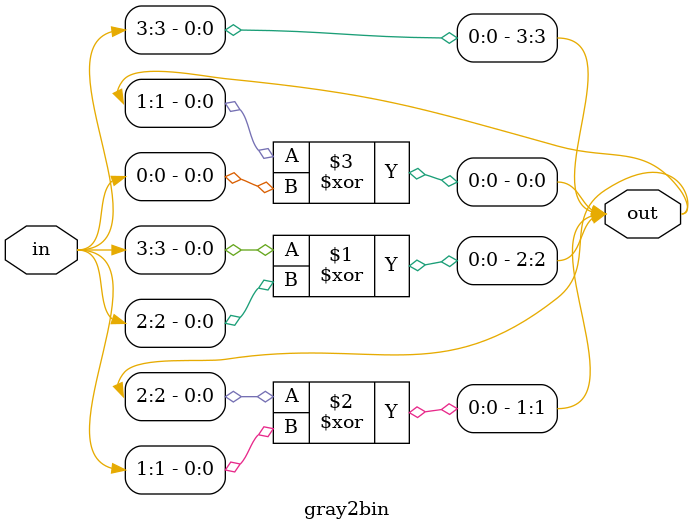
<source format=v>
`timescale 1ns / 1ps


module gray2bin(input [3:0] in, output [3:0] out);
assign out[3]=in[3];
assign out[2]=out[3]^in[2];
assign out[1]=out[2]^in[1];
assign out[0]=out[1]^in[0];
endmodule

</source>
